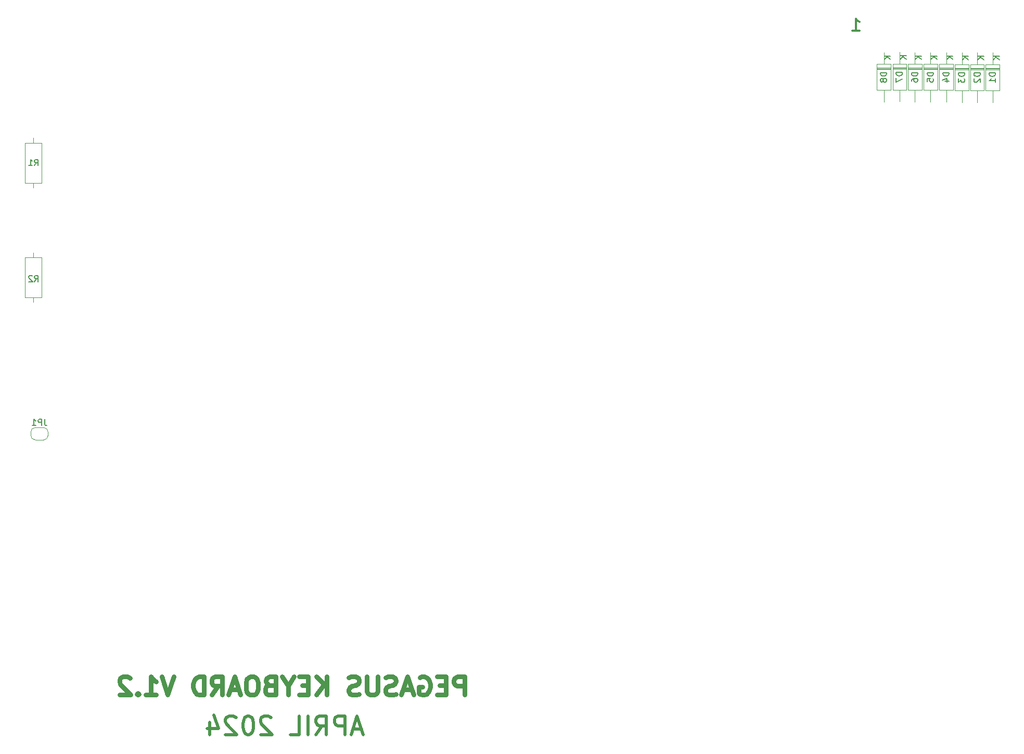
<source format=gbr>
G04 #@! TF.GenerationSoftware,KiCad,Pcbnew,(5.1.0)-1*
G04 #@! TF.CreationDate,2024-04-13T13:58:06+12:00*
G04 #@! TF.ProjectId,Pegasus2023_1_2,50656761-7375-4733-9230-32335f315f32,rev?*
G04 #@! TF.SameCoordinates,Original*
G04 #@! TF.FileFunction,Legend,Bot*
G04 #@! TF.FilePolarity,Positive*
%FSLAX46Y46*%
G04 Gerber Fmt 4.6, Leading zero omitted, Abs format (unit mm)*
G04 Created by KiCad (PCBNEW (5.1.0)-1) date 2024-04-13 13:58:06*
%MOMM*%
%LPD*%
G04 APERTURE LIST*
%ADD10C,0.500000*%
%ADD11C,0.750000*%
%ADD12C,0.300000*%
%ADD13C,0.120000*%
%ADD14C,0.150000*%
G04 APERTURE END LIST*
D10*
X11560000Y-132860000D02*
X10131428Y-132860000D01*
X11845714Y-133717142D02*
X10845714Y-130717142D01*
X9845714Y-133717142D01*
X8845714Y-133717142D02*
X8845714Y-130717142D01*
X7702857Y-130717142D01*
X7417142Y-130860000D01*
X7274285Y-131002857D01*
X7131428Y-131288571D01*
X7131428Y-131717142D01*
X7274285Y-132002857D01*
X7417142Y-132145714D01*
X7702857Y-132288571D01*
X8845714Y-132288571D01*
X4131428Y-133717142D02*
X5131428Y-132288571D01*
X5845714Y-133717142D02*
X5845714Y-130717142D01*
X4702857Y-130717142D01*
X4417142Y-130860000D01*
X4274285Y-131002857D01*
X4131428Y-131288571D01*
X4131428Y-131717142D01*
X4274285Y-132002857D01*
X4417142Y-132145714D01*
X4702857Y-132288571D01*
X5845714Y-132288571D01*
X2845714Y-133717142D02*
X2845714Y-130717142D01*
X-11428Y-133717142D02*
X1417142Y-133717142D01*
X1417142Y-130717142D01*
X-3154285Y-131002857D02*
X-3297142Y-130860000D01*
X-3582857Y-130717142D01*
X-4297142Y-130717142D01*
X-4582857Y-130860000D01*
X-4725714Y-131002857D01*
X-4868571Y-131288571D01*
X-4868571Y-131574285D01*
X-4725714Y-132002857D01*
X-3011428Y-133717142D01*
X-4868571Y-133717142D01*
X-6725714Y-130717142D02*
X-7011428Y-130717142D01*
X-7297142Y-130860000D01*
X-7440000Y-131002857D01*
X-7582857Y-131288571D01*
X-7725714Y-131860000D01*
X-7725714Y-132574285D01*
X-7582857Y-133145714D01*
X-7440000Y-133431428D01*
X-7297142Y-133574285D01*
X-7011428Y-133717142D01*
X-6725714Y-133717142D01*
X-6440000Y-133574285D01*
X-6297142Y-133431428D01*
X-6154285Y-133145714D01*
X-6011428Y-132574285D01*
X-6011428Y-131860000D01*
X-6154285Y-131288571D01*
X-6297142Y-131002857D01*
X-6440000Y-130860000D01*
X-6725714Y-130717142D01*
X-8868571Y-131002857D02*
X-9011428Y-130860000D01*
X-9297142Y-130717142D01*
X-10011428Y-130717142D01*
X-10297142Y-130860000D01*
X-10440000Y-131002857D01*
X-10582857Y-131288571D01*
X-10582857Y-131574285D01*
X-10440000Y-132002857D01*
X-8725714Y-133717142D01*
X-10582857Y-133717142D01*
X-13154285Y-131717142D02*
X-13154285Y-133717142D01*
X-12439999Y-130574285D02*
X-11725714Y-132717142D01*
X-13582857Y-132717142D01*
D11*
X28309999Y-127267142D02*
X28309999Y-124267142D01*
X27167142Y-124267142D01*
X26881428Y-124410000D01*
X26738571Y-124552857D01*
X26595714Y-124838571D01*
X26595714Y-125267142D01*
X26738571Y-125552857D01*
X26881428Y-125695714D01*
X27167142Y-125838571D01*
X28309999Y-125838571D01*
X25309999Y-125695714D02*
X24309999Y-125695714D01*
X23881428Y-127267142D02*
X25309999Y-127267142D01*
X25309999Y-124267142D01*
X23881428Y-124267142D01*
X21024285Y-124410000D02*
X21309999Y-124267142D01*
X21738571Y-124267142D01*
X22167142Y-124410000D01*
X22452857Y-124695714D01*
X22595714Y-124981428D01*
X22738571Y-125552857D01*
X22738571Y-125981428D01*
X22595714Y-126552857D01*
X22452857Y-126838571D01*
X22167142Y-127124285D01*
X21738571Y-127267142D01*
X21452857Y-127267142D01*
X21024285Y-127124285D01*
X20881428Y-126981428D01*
X20881428Y-125981428D01*
X21452857Y-125981428D01*
X19738571Y-126410000D02*
X18309999Y-126410000D01*
X20024285Y-127267142D02*
X19024285Y-124267142D01*
X18024285Y-127267142D01*
X17167142Y-127124285D02*
X16738571Y-127267142D01*
X16024285Y-127267142D01*
X15738571Y-127124285D01*
X15595714Y-126981428D01*
X15452857Y-126695714D01*
X15452857Y-126410000D01*
X15595714Y-126124285D01*
X15738571Y-125981428D01*
X16024285Y-125838571D01*
X16595714Y-125695714D01*
X16881428Y-125552857D01*
X17024285Y-125410000D01*
X17167142Y-125124285D01*
X17167142Y-124838571D01*
X17024285Y-124552857D01*
X16881428Y-124410000D01*
X16595714Y-124267142D01*
X15881428Y-124267142D01*
X15452857Y-124410000D01*
X14167142Y-124267142D02*
X14167142Y-126695714D01*
X14024285Y-126981428D01*
X13881428Y-127124285D01*
X13595714Y-127267142D01*
X13024285Y-127267142D01*
X12738571Y-127124285D01*
X12595714Y-126981428D01*
X12452857Y-126695714D01*
X12452857Y-124267142D01*
X11167142Y-127124285D02*
X10738571Y-127267142D01*
X10024285Y-127267142D01*
X9738571Y-127124285D01*
X9595714Y-126981428D01*
X9452857Y-126695714D01*
X9452857Y-126410000D01*
X9595714Y-126124285D01*
X9738571Y-125981428D01*
X10024285Y-125838571D01*
X10595714Y-125695714D01*
X10881428Y-125552857D01*
X11024285Y-125410000D01*
X11167142Y-125124285D01*
X11167142Y-124838571D01*
X11024285Y-124552857D01*
X10881428Y-124410000D01*
X10595714Y-124267142D01*
X9881428Y-124267142D01*
X9452857Y-124410000D01*
X5881428Y-127267142D02*
X5881428Y-124267142D01*
X4167142Y-127267142D02*
X5452857Y-125552857D01*
X4167142Y-124267142D02*
X5881428Y-125981428D01*
X2881428Y-125695714D02*
X1881428Y-125695714D01*
X1452857Y-127267142D02*
X2881428Y-127267142D01*
X2881428Y-124267142D01*
X1452857Y-124267142D01*
X-404285Y-125838571D02*
X-404285Y-127267142D01*
X595714Y-124267142D02*
X-404285Y-125838571D01*
X-1404285Y-124267142D01*
X-3404285Y-125695714D02*
X-3832857Y-125838571D01*
X-3975714Y-125981428D01*
X-4118571Y-126267142D01*
X-4118571Y-126695714D01*
X-3975714Y-126981428D01*
X-3832857Y-127124285D01*
X-3547142Y-127267142D01*
X-2404285Y-127267142D01*
X-2404285Y-124267142D01*
X-3404285Y-124267142D01*
X-3690000Y-124410000D01*
X-3832857Y-124552857D01*
X-3975714Y-124838571D01*
X-3975714Y-125124285D01*
X-3832857Y-125410000D01*
X-3690000Y-125552857D01*
X-3404285Y-125695714D01*
X-2404285Y-125695714D01*
X-5975714Y-124267142D02*
X-6547142Y-124267142D01*
X-6832857Y-124410000D01*
X-7118571Y-124695714D01*
X-7261428Y-125267142D01*
X-7261428Y-126267142D01*
X-7118571Y-126838571D01*
X-6832857Y-127124285D01*
X-6547142Y-127267142D01*
X-5975714Y-127267142D01*
X-5690000Y-127124285D01*
X-5404285Y-126838571D01*
X-5261428Y-126267142D01*
X-5261428Y-125267142D01*
X-5404285Y-124695714D01*
X-5690000Y-124410000D01*
X-5975714Y-124267142D01*
X-8404285Y-126410000D02*
X-9832857Y-126410000D01*
X-8118571Y-127267142D02*
X-9118571Y-124267142D01*
X-10118571Y-127267142D01*
X-12832857Y-127267142D02*
X-11832857Y-125838571D01*
X-11118571Y-127267142D02*
X-11118571Y-124267142D01*
X-12261428Y-124267142D01*
X-12547142Y-124410000D01*
X-12690000Y-124552857D01*
X-12832857Y-124838571D01*
X-12832857Y-125267142D01*
X-12690000Y-125552857D01*
X-12547142Y-125695714D01*
X-12261428Y-125838571D01*
X-11118571Y-125838571D01*
X-14118571Y-127267142D02*
X-14118571Y-124267142D01*
X-14832857Y-124267142D01*
X-15261428Y-124410000D01*
X-15547142Y-124695714D01*
X-15690000Y-124981428D01*
X-15832857Y-125552857D01*
X-15832857Y-125981428D01*
X-15690000Y-126552857D01*
X-15547142Y-126838571D01*
X-15261428Y-127124285D01*
X-14832857Y-127267142D01*
X-14118571Y-127267142D01*
X-18975714Y-124267142D02*
X-19975714Y-127267142D01*
X-20975714Y-124267142D01*
X-23547142Y-127267142D02*
X-21832857Y-127267142D01*
X-22690000Y-127267142D02*
X-22690000Y-124267142D01*
X-22404285Y-124695714D01*
X-22118571Y-124981428D01*
X-21832857Y-125124285D01*
X-24832857Y-126981428D02*
X-24975714Y-127124285D01*
X-24832857Y-127267142D01*
X-24690000Y-127124285D01*
X-24832857Y-126981428D01*
X-24832857Y-127267142D01*
X-26118571Y-124552857D02*
X-26261428Y-124410000D01*
X-26547142Y-124267142D01*
X-27261428Y-124267142D01*
X-27547142Y-124410000D01*
X-27690000Y-124552857D01*
X-27832857Y-124838571D01*
X-27832857Y-125124285D01*
X-27690000Y-125552857D01*
X-25975714Y-127267142D01*
X-27832857Y-127267142D01*
D12*
X91448571Y-19144761D02*
X92591428Y-19144761D01*
X92020000Y-19144761D02*
X92020000Y-17144761D01*
X92210476Y-17430476D01*
X92400952Y-17620952D01*
X92591428Y-17716190D01*
D13*
X-40150000Y-83740000D02*
X-41550000Y-83740000D01*
X-42250000Y-84440000D02*
X-42250000Y-85040000D01*
X-41550000Y-85740000D02*
X-40150000Y-85740000D01*
X-39450000Y-85040000D02*
X-39450000Y-84440000D01*
X-39450000Y-84440000D02*
G75*
G03X-40150000Y-83740000I-700000J0D01*
G01*
X-40150000Y-85740000D02*
G75*
G03X-39450000Y-85040000I0J700000D01*
G01*
X-42250000Y-85040000D02*
G75*
G03X-41550000Y-85740000I700000J0D01*
G01*
X-41550000Y-83740000D02*
G75*
G03X-42250000Y-84440000I0J-700000D01*
G01*
X-41870000Y-63340000D02*
X-41870000Y-62570000D01*
X-41870000Y-55260000D02*
X-41870000Y-56030000D01*
X-43240000Y-62570000D02*
X-43240000Y-56030000D01*
X-40500000Y-62570000D02*
X-43240000Y-62570000D01*
X-40500000Y-56030000D02*
X-40500000Y-62570000D01*
X-43240000Y-56030000D02*
X-40500000Y-56030000D01*
X-41870000Y-44680000D02*
X-41870000Y-43910000D01*
X-41870000Y-36600000D02*
X-41870000Y-37370000D01*
X-43240000Y-43910000D02*
X-43240000Y-37370000D01*
X-40500000Y-43910000D02*
X-43240000Y-43910000D01*
X-40500000Y-37370000D02*
X-40500000Y-43910000D01*
X-43240000Y-37370000D02*
X-40500000Y-37370000D01*
X95430000Y-25160000D02*
X97670000Y-25160000D01*
X95430000Y-25400000D02*
X97670000Y-25400000D01*
X95430000Y-25280000D02*
X97670000Y-25280000D01*
X96550000Y-30720000D02*
X96550000Y-28800000D01*
X96550000Y-22640000D02*
X96550000Y-24560000D01*
X95430000Y-28800000D02*
X95430000Y-24560000D01*
X97670000Y-28800000D02*
X95430000Y-28800000D01*
X97670000Y-24560000D02*
X97670000Y-28800000D01*
X95430000Y-24560000D02*
X97670000Y-24560000D01*
X97980000Y-25110000D02*
X100220000Y-25110000D01*
X97980000Y-25350000D02*
X100220000Y-25350000D01*
X97980000Y-25230000D02*
X100220000Y-25230000D01*
X99100000Y-30670000D02*
X99100000Y-28750000D01*
X99100000Y-22590000D02*
X99100000Y-24510000D01*
X97980000Y-28750000D02*
X97980000Y-24510000D01*
X100220000Y-28750000D02*
X97980000Y-28750000D01*
X100220000Y-24510000D02*
X100220000Y-28750000D01*
X97980000Y-24510000D02*
X100220000Y-24510000D01*
X100480000Y-25160000D02*
X102720000Y-25160000D01*
X100480000Y-25400000D02*
X102720000Y-25400000D01*
X100480000Y-25280000D02*
X102720000Y-25280000D01*
X101600000Y-30720000D02*
X101600000Y-28800000D01*
X101600000Y-22640000D02*
X101600000Y-24560000D01*
X100480000Y-28800000D02*
X100480000Y-24560000D01*
X102720000Y-28800000D02*
X100480000Y-28800000D01*
X102720000Y-24560000D02*
X102720000Y-28800000D01*
X100480000Y-24560000D02*
X102720000Y-24560000D01*
X103030000Y-25160000D02*
X105270000Y-25160000D01*
X103030000Y-25400000D02*
X105270000Y-25400000D01*
X103030000Y-25280000D02*
X105270000Y-25280000D01*
X104150000Y-30720000D02*
X104150000Y-28800000D01*
X104150000Y-22640000D02*
X104150000Y-24560000D01*
X103030000Y-28800000D02*
X103030000Y-24560000D01*
X105270000Y-28800000D02*
X103030000Y-28800000D01*
X105270000Y-24560000D02*
X105270000Y-28800000D01*
X103030000Y-24560000D02*
X105270000Y-24560000D01*
X105580000Y-25160000D02*
X107820000Y-25160000D01*
X105580000Y-25400000D02*
X107820000Y-25400000D01*
X105580000Y-25280000D02*
X107820000Y-25280000D01*
X106700000Y-30720000D02*
X106700000Y-28800000D01*
X106700000Y-22640000D02*
X106700000Y-24560000D01*
X105580000Y-28800000D02*
X105580000Y-24560000D01*
X107820000Y-28800000D02*
X105580000Y-28800000D01*
X107820000Y-24560000D02*
X107820000Y-28800000D01*
X105580000Y-24560000D02*
X107820000Y-24560000D01*
X108130000Y-25210000D02*
X110370000Y-25210000D01*
X108130000Y-25450000D02*
X110370000Y-25450000D01*
X108130000Y-25330000D02*
X110370000Y-25330000D01*
X109250000Y-30770000D02*
X109250000Y-28850000D01*
X109250000Y-22690000D02*
X109250000Y-24610000D01*
X108130000Y-28850000D02*
X108130000Y-24610000D01*
X110370000Y-28850000D02*
X108130000Y-28850000D01*
X110370000Y-24610000D02*
X110370000Y-28850000D01*
X108130000Y-24610000D02*
X110370000Y-24610000D01*
X110630000Y-25210000D02*
X112870000Y-25210000D01*
X110630000Y-25450000D02*
X112870000Y-25450000D01*
X110630000Y-25330000D02*
X112870000Y-25330000D01*
X111750000Y-30770000D02*
X111750000Y-28850000D01*
X111750000Y-22690000D02*
X111750000Y-24610000D01*
X110630000Y-28850000D02*
X110630000Y-24610000D01*
X112870000Y-28850000D02*
X110630000Y-28850000D01*
X112870000Y-24610000D02*
X112870000Y-28850000D01*
X110630000Y-24610000D02*
X112870000Y-24610000D01*
X113130000Y-25210000D02*
X115370000Y-25210000D01*
X113130000Y-25450000D02*
X115370000Y-25450000D01*
X113130000Y-25330000D02*
X115370000Y-25330000D01*
X114250000Y-30770000D02*
X114250000Y-28850000D01*
X114250000Y-22690000D02*
X114250000Y-24610000D01*
X113130000Y-28850000D02*
X113130000Y-24610000D01*
X115370000Y-28850000D02*
X113130000Y-28850000D01*
X115370000Y-24610000D02*
X115370000Y-28850000D01*
X113130000Y-24610000D02*
X115370000Y-24610000D01*
D14*
X-40016666Y-82392380D02*
X-40016666Y-83106666D01*
X-39969047Y-83249523D01*
X-39873809Y-83344761D01*
X-39730952Y-83392380D01*
X-39635714Y-83392380D01*
X-40492857Y-83392380D02*
X-40492857Y-82392380D01*
X-40873809Y-82392380D01*
X-40969047Y-82440000D01*
X-41016666Y-82487619D01*
X-41064285Y-82582857D01*
X-41064285Y-82725714D01*
X-41016666Y-82820952D01*
X-40969047Y-82868571D01*
X-40873809Y-82916190D01*
X-40492857Y-82916190D01*
X-42016666Y-83392380D02*
X-41445238Y-83392380D01*
X-41730952Y-83392380D02*
X-41730952Y-82392380D01*
X-41635714Y-82535238D01*
X-41540476Y-82630476D01*
X-41445238Y-82678095D01*
X-41643333Y-59982380D02*
X-41310000Y-59506190D01*
X-41071904Y-59982380D02*
X-41071904Y-58982380D01*
X-41452857Y-58982380D01*
X-41548095Y-59030000D01*
X-41595714Y-59077619D01*
X-41643333Y-59172857D01*
X-41643333Y-59315714D01*
X-41595714Y-59410952D01*
X-41548095Y-59458571D01*
X-41452857Y-59506190D01*
X-41071904Y-59506190D01*
X-42024285Y-59077619D02*
X-42071904Y-59030000D01*
X-42167142Y-58982380D01*
X-42405238Y-58982380D01*
X-42500476Y-59030000D01*
X-42548095Y-59077619D01*
X-42595714Y-59172857D01*
X-42595714Y-59268095D01*
X-42548095Y-59410952D01*
X-41976666Y-59982380D01*
X-42595714Y-59982380D01*
X-41643333Y-41082380D02*
X-41310000Y-40606190D01*
X-41071904Y-41082380D02*
X-41071904Y-40082380D01*
X-41452857Y-40082380D01*
X-41548095Y-40130000D01*
X-41595714Y-40177619D01*
X-41643333Y-40272857D01*
X-41643333Y-40415714D01*
X-41595714Y-40510952D01*
X-41548095Y-40558571D01*
X-41452857Y-40606190D01*
X-41071904Y-40606190D01*
X-42595714Y-41082380D02*
X-42024285Y-41082380D01*
X-42310000Y-41082380D02*
X-42310000Y-40082380D01*
X-42214761Y-40225238D01*
X-42119523Y-40320476D01*
X-42024285Y-40368095D01*
X97002380Y-25941904D02*
X96002380Y-25941904D01*
X96002380Y-26180000D01*
X96050000Y-26322857D01*
X96145238Y-26418095D01*
X96240476Y-26465714D01*
X96430952Y-26513333D01*
X96573809Y-26513333D01*
X96764285Y-26465714D01*
X96859523Y-26418095D01*
X96954761Y-26322857D01*
X97002380Y-26180000D01*
X97002380Y-25941904D01*
X96430952Y-27084761D02*
X96383333Y-26989523D01*
X96335714Y-26941904D01*
X96240476Y-26894285D01*
X96192857Y-26894285D01*
X96097619Y-26941904D01*
X96050000Y-26989523D01*
X96002380Y-27084761D01*
X96002380Y-27275238D01*
X96050000Y-27370476D01*
X96097619Y-27418095D01*
X96192857Y-27465714D01*
X96240476Y-27465714D01*
X96335714Y-27418095D01*
X96383333Y-27370476D01*
X96430952Y-27275238D01*
X96430952Y-27084761D01*
X96478571Y-26989523D01*
X96526190Y-26941904D01*
X96621428Y-26894285D01*
X96811904Y-26894285D01*
X96907142Y-26941904D01*
X96954761Y-26989523D01*
X97002380Y-27084761D01*
X97002380Y-27275238D01*
X96954761Y-27370476D01*
X96907142Y-27418095D01*
X96811904Y-27465714D01*
X96621428Y-27465714D01*
X96526190Y-27418095D01*
X96478571Y-27370476D01*
X96430952Y-27275238D01*
X97637380Y-23243095D02*
X96637380Y-23243095D01*
X97637380Y-23814523D02*
X97065952Y-23385952D01*
X96637380Y-23814523D02*
X97208809Y-23243095D01*
X99552380Y-25891904D02*
X98552380Y-25891904D01*
X98552380Y-26130000D01*
X98600000Y-26272857D01*
X98695238Y-26368095D01*
X98790476Y-26415714D01*
X98980952Y-26463333D01*
X99123809Y-26463333D01*
X99314285Y-26415714D01*
X99409523Y-26368095D01*
X99504761Y-26272857D01*
X99552380Y-26130000D01*
X99552380Y-25891904D01*
X98552380Y-26796666D02*
X98552380Y-27463333D01*
X99552380Y-27034761D01*
X100187380Y-23193095D02*
X99187380Y-23193095D01*
X100187380Y-23764523D02*
X99615952Y-23335952D01*
X99187380Y-23764523D02*
X99758809Y-23193095D01*
X102052380Y-25941904D02*
X101052380Y-25941904D01*
X101052380Y-26180000D01*
X101100000Y-26322857D01*
X101195238Y-26418095D01*
X101290476Y-26465714D01*
X101480952Y-26513333D01*
X101623809Y-26513333D01*
X101814285Y-26465714D01*
X101909523Y-26418095D01*
X102004761Y-26322857D01*
X102052380Y-26180000D01*
X102052380Y-25941904D01*
X101052380Y-27370476D02*
X101052380Y-27180000D01*
X101100000Y-27084761D01*
X101147619Y-27037142D01*
X101290476Y-26941904D01*
X101480952Y-26894285D01*
X101861904Y-26894285D01*
X101957142Y-26941904D01*
X102004761Y-26989523D01*
X102052380Y-27084761D01*
X102052380Y-27275238D01*
X102004761Y-27370476D01*
X101957142Y-27418095D01*
X101861904Y-27465714D01*
X101623809Y-27465714D01*
X101528571Y-27418095D01*
X101480952Y-27370476D01*
X101433333Y-27275238D01*
X101433333Y-27084761D01*
X101480952Y-26989523D01*
X101528571Y-26941904D01*
X101623809Y-26894285D01*
X102687380Y-23243095D02*
X101687380Y-23243095D01*
X102687380Y-23814523D02*
X102115952Y-23385952D01*
X101687380Y-23814523D02*
X102258809Y-23243095D01*
X104602380Y-25941904D02*
X103602380Y-25941904D01*
X103602380Y-26180000D01*
X103650000Y-26322857D01*
X103745238Y-26418095D01*
X103840476Y-26465714D01*
X104030952Y-26513333D01*
X104173809Y-26513333D01*
X104364285Y-26465714D01*
X104459523Y-26418095D01*
X104554761Y-26322857D01*
X104602380Y-26180000D01*
X104602380Y-25941904D01*
X103602380Y-27418095D02*
X103602380Y-26941904D01*
X104078571Y-26894285D01*
X104030952Y-26941904D01*
X103983333Y-27037142D01*
X103983333Y-27275238D01*
X104030952Y-27370476D01*
X104078571Y-27418095D01*
X104173809Y-27465714D01*
X104411904Y-27465714D01*
X104507142Y-27418095D01*
X104554761Y-27370476D01*
X104602380Y-27275238D01*
X104602380Y-27037142D01*
X104554761Y-26941904D01*
X104507142Y-26894285D01*
X105237380Y-23243095D02*
X104237380Y-23243095D01*
X105237380Y-23814523D02*
X104665952Y-23385952D01*
X104237380Y-23814523D02*
X104808809Y-23243095D01*
X107152380Y-25941904D02*
X106152380Y-25941904D01*
X106152380Y-26180000D01*
X106200000Y-26322857D01*
X106295238Y-26418095D01*
X106390476Y-26465714D01*
X106580952Y-26513333D01*
X106723809Y-26513333D01*
X106914285Y-26465714D01*
X107009523Y-26418095D01*
X107104761Y-26322857D01*
X107152380Y-26180000D01*
X107152380Y-25941904D01*
X106485714Y-27370476D02*
X107152380Y-27370476D01*
X106104761Y-27132380D02*
X106819047Y-26894285D01*
X106819047Y-27513333D01*
X107787380Y-23243095D02*
X106787380Y-23243095D01*
X107787380Y-23814523D02*
X107215952Y-23385952D01*
X106787380Y-23814523D02*
X107358809Y-23243095D01*
X109702380Y-25991904D02*
X108702380Y-25991904D01*
X108702380Y-26230000D01*
X108750000Y-26372857D01*
X108845238Y-26468095D01*
X108940476Y-26515714D01*
X109130952Y-26563333D01*
X109273809Y-26563333D01*
X109464285Y-26515714D01*
X109559523Y-26468095D01*
X109654761Y-26372857D01*
X109702380Y-26230000D01*
X109702380Y-25991904D01*
X108702380Y-26896666D02*
X108702380Y-27515714D01*
X109083333Y-27182380D01*
X109083333Y-27325238D01*
X109130952Y-27420476D01*
X109178571Y-27468095D01*
X109273809Y-27515714D01*
X109511904Y-27515714D01*
X109607142Y-27468095D01*
X109654761Y-27420476D01*
X109702380Y-27325238D01*
X109702380Y-27039523D01*
X109654761Y-26944285D01*
X109607142Y-26896666D01*
X110337380Y-23293095D02*
X109337380Y-23293095D01*
X110337380Y-23864523D02*
X109765952Y-23435952D01*
X109337380Y-23864523D02*
X109908809Y-23293095D01*
X112202380Y-25991904D02*
X111202380Y-25991904D01*
X111202380Y-26230000D01*
X111250000Y-26372857D01*
X111345238Y-26468095D01*
X111440476Y-26515714D01*
X111630952Y-26563333D01*
X111773809Y-26563333D01*
X111964285Y-26515714D01*
X112059523Y-26468095D01*
X112154761Y-26372857D01*
X112202380Y-26230000D01*
X112202380Y-25991904D01*
X111297619Y-26944285D02*
X111250000Y-26991904D01*
X111202380Y-27087142D01*
X111202380Y-27325238D01*
X111250000Y-27420476D01*
X111297619Y-27468095D01*
X111392857Y-27515714D01*
X111488095Y-27515714D01*
X111630952Y-27468095D01*
X112202380Y-26896666D01*
X112202380Y-27515714D01*
X112837380Y-23293095D02*
X111837380Y-23293095D01*
X112837380Y-23864523D02*
X112265952Y-23435952D01*
X111837380Y-23864523D02*
X112408809Y-23293095D01*
X114702380Y-25991904D02*
X113702380Y-25991904D01*
X113702380Y-26230000D01*
X113750000Y-26372857D01*
X113845238Y-26468095D01*
X113940476Y-26515714D01*
X114130952Y-26563333D01*
X114273809Y-26563333D01*
X114464285Y-26515714D01*
X114559523Y-26468095D01*
X114654761Y-26372857D01*
X114702380Y-26230000D01*
X114702380Y-25991904D01*
X114702380Y-27515714D02*
X114702380Y-26944285D01*
X114702380Y-27230000D02*
X113702380Y-27230000D01*
X113845238Y-27134761D01*
X113940476Y-27039523D01*
X113988095Y-26944285D01*
X115337380Y-23293095D02*
X114337380Y-23293095D01*
X115337380Y-23864523D02*
X114765952Y-23435952D01*
X114337380Y-23864523D02*
X114908809Y-23293095D01*
M02*

</source>
